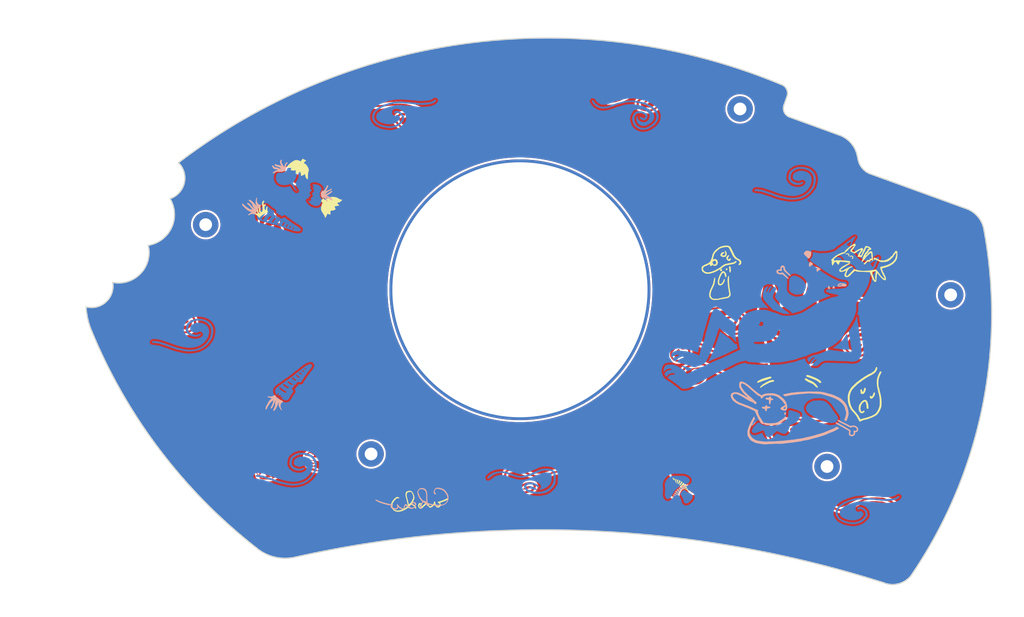
<source format=kicad_pcb>
(kicad_pcb (version 20240108) (generator "pcbnew") (generator_version "8.0")
  (layers (0 "F.Cu" signal) (31 "B.Cu" signal) (34 "B.Paste" user) (35 "F.Paste" user) (36 "B.SilkS" user "B.Silkscreen") (37 "F.SilkS" user "F.Silkscreen") (38 "B.Mask" user) (39 "F.Mask" user) (44 "Edge.Cuts" user))
  (net 0 "")
  (net 1 "gnd")
  (footprint "LOGO" (layer "F.Cu") (at 65.296857 124.564433 -20)
    (property "Reference" "G***" (hide yes))
    (property "Value" "LOGO" (hide yes))
  )
  (footprint "LOGO" (layer "F.Cu") (at 76.33 79.85 45)
    (property "Reference" "G***" (hide yes))
    (property "Value" "LOGO" (hide yes))
  )
  (footprint "LOGO" (layer "F.Cu") (at 39.27 98.01)
    (property "Reference" "G***" (hide yes))
    (property "Value" "LOGO" (hide yes))
  )
  (footprint "LOGO" (layer "F.Cu") (at 79.86 114.49 180)
    (property "Reference" "G***" (hide yes))
    (property "Value" "LOGO" (hide yes))
  )
  (footprint "LOGO" (layer "F.Cu") (at 136.55 127.32 -45)
    (property "Reference" "G***" (hide yes))
    (property "Value" "LOGO" (hide yes))
  )
  (footprint "LOGO" (layer "F.Cu") (at 155.38 102.1)
    (property "Reference" "G***" (hide yes))
    (property "Value" "LOGO" (hide yes))
  )
  (footprint "LOGO" (layer "F.Cu") (at 73.458657 123.334189 110)
    (property "Reference" "G***" (hide yes))
    (property "Value" "LOGO" (hide yes))
  )
  (footprint "" (layer "F.Cu") (at 161.5 124.41)
    (property "Reference" "")
    (property "Value" "")
  )
  (footprint "LOGO" (layer "F.Cu") (at 66.683802 83.253937 105)
    (property "Reference" "G***" (hide yes))
    (property "Value" "LOGO" (hide yes))
  )
  (footprint "LOGO" (layer "F.Cu") (at 92.051075 47.751208)
    (property "Reference" "G***" (hide yes))
    (property "Value" "LOGO" (hide yes))
  )
  (footprint "" (layer "F.Cu") (at 54.35 82.67)
    (property "Reference" "")
    (property "Value" "")
  )
  (footprint "" (layer "F.Cu") (at 146.5 62.7)
    (property "Reference" "")
    (property "Value" "")
  )
  (footprint "LOGO" (layer "F.Cu") (at 115.351357 92.669605 70)
    (property "Reference" "G***" (hide yes))
    (property "Value" "LOGO" (hide yes))
  )
  (footprint "LOGO" (layer "F.Cu") (at 109.64 102.7 30)
    (property "Reference" "G***" (hide yes))
    (property "Value" "LOGO" (hide yes))
  )
  (footprint "" (layer "F.Cu") (at 182.82 94.79)
    (property "Reference" "")
    (property "Value" "")
  )
  (footprint "LOGO" (layer "F.Cu") (at 103.677489 87.813837 -45)
    (property "Reference" "G***" (hide yes))
    (property "Value" "LOGO" (hide yes))
  )
  (footprint "" (layer "F.Cu") (at 108.54 93.91)
    (property "Reference" "")
    (property "Value" "")
  )
  (footprint "LOGO" (layer "F.Cu") (at 91.96 130.62 10)
    (property "Reference" "G***" (hide yes))
    (property "Value" "LOGO" (hide yes))
  )
  (footprint "LOGO" (layer "F.Cu") (at 153.605638 134.156047 10)
    (property "Reference" "G***" (hide yes))
    (property "Value" "LOGO" (hide yes))
  )
  (footprint "" (layer "F.Cu") (at 82.871647 122.251144)
    (property "Reference" "")
    (property "Value" "")
  )
  (footprint "LOGO" (layer "F.Cu") (at 69.954683 117.502139 90)
    (property "Reference" "G***" (hide yes))
    (property "Value" "LOGO" (hide yes))
  )
  (footprint "LOGO" (layer "F.Cu") (at 70.34 73.49 30)
    (property "Reference" "G***" (hide yes))
    (property "Value" "LOGO" (hide yes))
  )
  (footprint "LOGO" (layer "F.Cu") (at 98.28 132.31)
    (property "Reference" "G***" (hide yes))
    (property "Value" "LOGO" (hide yes))
  )
  (footprint "LOGO" (layer "F.Cu") (at 143.768586 54.931667)
    (property "Reference" "G***" (hide yes))
    (property "Value" "LOGO" (hide yes))
  )
  (footprint "LOGO" (layer "B.Cu") (at 83.548925 47.391208 180)
    (property "Reference" "G***" (hide yes))
    (property "Value" "LOGO" (hide yes))
  )
  (footprint "LOGO" (layer "B.Cu") (at 141.332809 62.885529 180)
    (property "Reference" "G***" (hide yes))
    (property "Value" "LOGO" (hide yes))
  )
  (footprint "LOGO" (layer "B.Cu") (at 69 128.61)
    (property "Reference" "G***" (hide yes))
    (property "Value" "LOGO" (hide yes))
  )
  (footprint "LOGO" (layer "B.Cu") (at 116.55079 89.601445 -170)
    (property "Reference" "G***" (hide yes))
    (property "Value" "LOGO" (hide yes))
  )
  (footprint "LOGO" (layer "B.Cu") (at 152.981266 97.850379 180)
    (property "Reference" "G***" (hide yes))
    (property "Value" "LOGO" (hide yes))
  )
  (footprint "LOGO" (layer "B.Cu") (at 98.586458 94.142179 -70)
    (property "Reference" "G***" (hide yes))
    (property "Value" "LOGO" (hide yes))
  )
  (footprint "LOGO" (layer "B.Cu") (at 51.13058 104.939532)
    (property "Reference" "G***" (hide yes))
    (property "Value" "LOGO" (hide yes))
  )
  (footprint "LOGO" (layer "B.Cu") (at 68.724614 69.096279 -151)
    (property "Reference" "G***" (hide yes))
    (property "Value" "LOGO" (hide yes))
  )
  (footprint "LOGO" (layer "B.Cu") (at 156.1 114.94 -178)
    (property "Reference" "G***" (hide yes))
    (property "Value" "LOGO" (hide yes))
  )
  (footprint "LOGO" (layer "B.Cu") (at 68.04615 110.217088 160)
    (property "Reference" "G***" (hide yes))
    (property "Value" "LOGO" (hide yes))
  )
  (footprint "LOGO" (layer "B.Cu") (at 122.269307 132.368069 180)
    (property "Reference" "G***" (hide yes))
    (property "Value" "LOGO" (hide yes))
  )
  (footprint "LOGO" (layer "B.Cu") (at 163.468925 115.751208 180)
    (property "Reference" "G***" (hide yes))
    (property "Value" "LOGO" (hide yes))
  )
  (footprint "LOGO" (layer "B.Cu") (at 64.810865 82.374652 40)
    (property "Reference" "G***" (hide yes))
    (property "Value" "LOGO" (hide yes))
  )
  (footprint "LOGO" (layer "B.Cu") (at 155.03615 78.737088)
    (property "Reference" "G***" (hide yes))
    (property "Value" "LOGO" (hide yes))
  )
  (footprint "LOGO" (layer "B.Cu") (at 135.922968 128.346622 -135)
    (property "Reference" "G***" (hide yes))
    (property "Value" "LOGO" (hide yes))
  )
  (footprint "LOGO" (layer "B.Cu") (at 89.903968 129.873948 175)
    (property "Reference" "G***" (hide yes))
    (property "Value" "LOGO" (hide yes))
  )
  (gr_arc (start 153.55 58.47) (mid 154.484202 59.235518) (end 154.621762 60.435447) (stroke (width 0.2)) (layer "Edge.Cuts"))
  (gr_line (start 154.621762 60.435447) (end 154.044187 62.090343) (stroke (width 0.2)) (layer "Edge.Cuts"))
  (gr_arc (start 155 64.1) (mid 154.11742 63.287638) (end 154.044187 62.090343) (stroke (width 0.2)) (layer "Edge.Cuts"))
  (gr_arc (start 48.22 78.19) (mid 48.467198 83.218552) (end 44.44 86.24) (stroke (width 0.2)) (layer "Edge.Cuts"))
  (gr_arc (start 188.57 83.66) (mid 188.219738 114.411316) (end 176.296423 142.759167) (stroke (width 0.2)) (layer "Edge.Cuts"))
  (gr_arc (start 176.296423 142.759167) (mid 174.099992 144.559988) (end 171.261144 144.469422) (stroke (width 0.2)) (layer "Edge.Cuts"))
  (gr_line (start 168.818396 73.859942) (end 185.738551 80.000656) (stroke (width 0.2)) (layer "Edge.Cuts"))
  (gr_line (start 155 64.1) (end 163.381129 67.140213) (stroke (width 0.2)) (layer "Edge.Cuts"))
  (gr_arc (start 63.04 138.4) (mid 46.505542 121.617969) (end 34.77 101.19) (stroke (width 0.2)) (layer "Edge.Cuts"))
  (gr_arc (start 69.57 140.1) (mid 120.706321 135.518005) (end 171.261144 144.469422) (stroke (width 0.2)) (layer "Edge.Cuts"))
  (gr_arc (start 44.44 86.24) (mid 43.135335 91.118543) (end 38.32 92.64) (stroke (width 0.2)) (layer "Edge.Cuts"))
  (gr_arc (start 49.67 71.98) (mid 50.670731 75.487948) (end 48.22 78.19) (stroke (width 0.2)) (layer "Edge.Cuts"))
  (gr_arc (start 34.77 101.19) (mid 34.05279 99.073248) (end 33.730579 96.86164) (stroke (width 0.2)) (layer "Edge.Cuts"))
  (gr_arc (start 49.67 71.98) (mid 99.803525 51.334803) (end 153.55 58.47) (stroke (width 0.2)) (layer "Edge.Cuts"))
  (gr_arc (start 69.57 140.1) (mid 66.109904 139.999397) (end 63.04 138.4) (stroke (width 0.2)) (layer "Edge.Cuts"))
  (gr_arc (start 38.32 92.64) (mid 37.180732 96.006923) (end 33.730579 96.86164) (stroke (width 0.2)) (layer "Edge.Cuts"))
  (gr_line (start 166.72 70.84) (end 166.85 71.44) (stroke (width 0.2)) (layer "Edge.Cuts"))
  (gr_arc (start 168.818396 73.859942) (mid 167.533511 72.894551) (end 166.85 71.44) (stroke (width 0.2)) (layer "Edge.Cuts"))
  (gr_arc (start 163.381129 67.140213) (mid 165.562767 68.527869) (end 166.72 70.84) (stroke (width 0.2)) (layer "Edge.Cuts"))
  (gr_arc (start 185.738551 80.000656) (mid 187.636144 81.457478) (end 188.57 83.66) (stroke (width 0.2)) (layer "Edge.Cuts"))
  (zone (net 1) (net_name "gnd") (layers "F&B.Cu") (connect_pads (clearance 0.35)) (min_thickness 0.127) (fill yes (thermal_gap 0.2) (thermal_bridge_width 0.2) (island_removal_mode 2) (island_area_min 20))
    (polygon (pts (xy 195.47 149.63) (xy 27.09 149.63) (xy 27.09 43.9) (xy 195.47 43.9)))
  )
)
</source>
